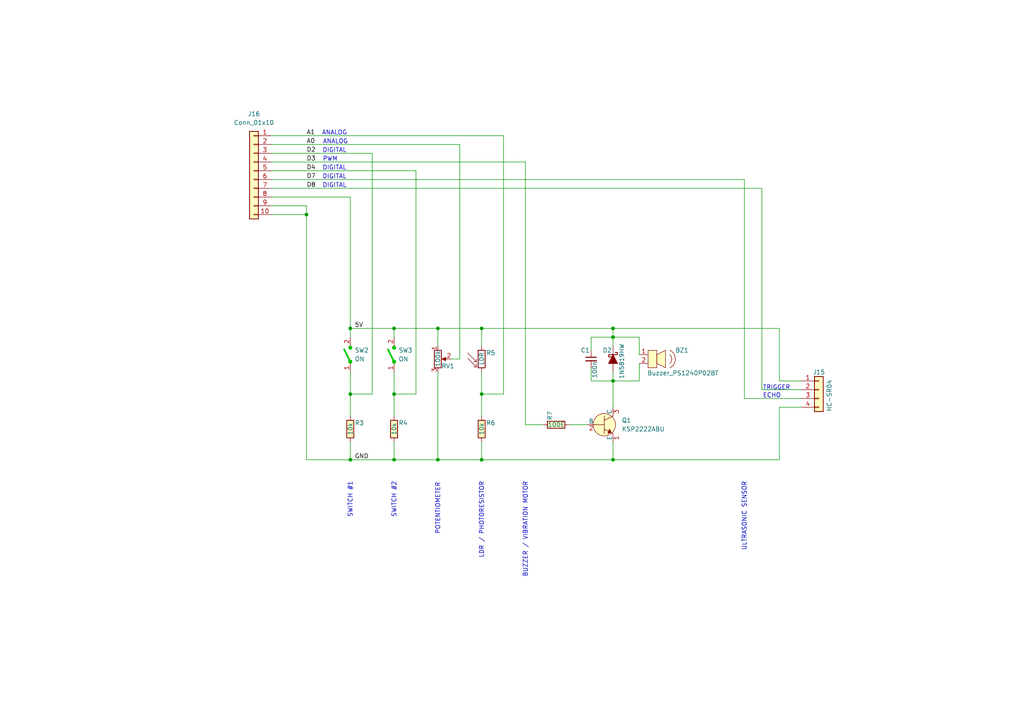
<source format=kicad_sch>
(kicad_sch (version 20231120) (generator "eeschema") (generator_version "8.0")
  (paper "A4")
  (title_block (title "TheThing") (date "2025-02-04") (rev "v5") (company "Maker's Asylum"))
  (lib_symbols
    (symbol "TheThing:Buzzer_PS1240P02BT" (pin_names (offset 0))
      (property "Reference" "BZ" (at 0 5.08 0))
      (property "Value" "Buzzer_PS1240P02BT" (at -1.27 -3.81 0))
      (symbol "Buzzer_PS1240P02BT_0_1"
        (polyline (pts (xy 2.54 2.54) (xy 5.08 3.81) (xy 5.08 -1.27) (xy 2.54 0) (xy 2.54 2.54)) (fill (type background)))
        (rectangle (start 0 3.81) (end 2.54 -1.27) (fill (type background)))
        (arc (start 6.35 -1.27) (mid 7.9198 1.27) (end 6.35 3.81))
        (arc (start 6.35 0) (mid 6.8761 1.27) (end 6.35 2.54))
      )
      (symbol "Buzzer_PS1240P02BT_1_1"
        (pin input line (at -2.54 2.54 0) (length 2.54) (name "~") (number "1"))
        (pin input line (at -2.54 0 0) (length 2.54) (name "~") (number "2"))
      )
    )
    (symbol "TheThing:C_Small" (pin_numbers hide) (pin_names (offset 0.254) hide)
      (property "Reference" "C" (at 0.254 1.778 0))
      (property "Value" "C_Small" (at 0.254 -2.032 0))
      (symbol "C_Small_0_1"
        (polyline (pts (xy -1.524 -0.508) (xy 1.524 -0.508)) (stroke (width 0.3302)))
        (polyline (pts (xy -1.524 0.508) (xy 1.524 0.508)) (stroke (width 0.3048)))
      )
      (symbol "C_Small_1_1"
        (pin passive line (at 0 2.54 270) (length 2.032) (name "~") (number "1"))
        (pin passive line (at 0 -2.54 90) (length 2.032) (name "~") (number "2"))
      )
    )
    (symbol "TheThing:Conn_01x04" (pin_names (offset 1.016) hide)
      (property "Reference" "J" (at 0 5.08 0))
      (property "Value" "Conn_01x04" (at 0 -7.62 0))
      (symbol "Conn_01x04_1_1"
        (rectangle (start -1.27 -4.953) (end 0 -5.207) (stroke (width 0.1524)))
        (rectangle (start -1.27 -2.413) (end 0 -2.667) (stroke (width 0.1524)))
        (rectangle (start -1.27 0.127) (end 0 -0.127) (stroke (width 0.1524)))
        (rectangle (start -1.27 2.667) (end 0 2.413) (stroke (width 0.1524)))
        (rectangle (start -1.27 3.81) (end 1.27 -6.35) (stroke (width 0.254)) (fill (type background)))
        (pin passive line (at -5.08 2.54 0) (length 3.81) (name "Pin_1") (number "1"))
        (pin passive line (at -5.08 0 0) (length 3.81) (name "Pin_2") (number "2"))
        (pin passive line (at -5.08 -2.54 0) (length 3.81) (name "Pin_3") (number "3"))
        (pin passive line (at -5.08 -5.08 0) (length 3.81) (name "Pin_4") (number "4"))
      )
    )
    (symbol "TheThing:Conn_01x10" (pin_names (offset 1.016) hide)
      (property "Reference" "J" (at 0 12.7 0))
      (property "Value" "Conn_01x10" (at 0 -15.24 0))
      (symbol "Conn_01x10_1_1"
        (rectangle (start -1.27 -12.573) (end 0 -12.827) (stroke (width 0.1524)))
        (rectangle (start -1.27 -10.033) (end 0 -10.287) (stroke (width 0.1524)))
        (rectangle (start -1.27 -7.493) (end 0 -7.747) (stroke (width 0.1524)))
        (rectangle (start -1.27 -4.953) (end 0 -5.207) (stroke (width 0.1524)))
        (rectangle (start -1.27 -2.413) (end 0 -2.667) (stroke (width 0.1524)))
        (rectangle (start -1.27 0.127) (end 0 -0.127) (stroke (width 0.1524)))
        (rectangle (start -1.27 2.667) (end 0 2.413) (stroke (width 0.1524)))
        (rectangle (start -1.27 5.207) (end 0 4.953) (stroke (width 0.1524)))
        (rectangle (start -1.27 7.747) (end 0 7.493) (stroke (width 0.1524)))
        (rectangle (start -1.27 10.287) (end 0 10.033) (stroke (width 0.1524)))
        (rectangle (start -1.27 11.43) (end 1.27 -13.97) (stroke (width 0.254)) (fill (type background)))
        (pin passive line (at -5.08 10.16 0) (length 3.81) (name "Pin_1") (number "1"))
        (pin passive line (at -5.08 -12.7 0) (length 3.81) (name "Pin_10") (number "10"))
        (pin passive line (at -5.08 7.62 0) (length 3.81) (name "Pin_2") (number "2"))
        (pin passive line (at -5.08 5.08 0) (length 3.81) (name "Pin_3") (number "3"))
        (pin passive line (at -5.08 2.54 0) (length 3.81) (name "Pin_4") (number "4"))
        (pin passive line (at -5.08 0 0) (length 3.81) (name "Pin_5") (number "5"))
        (pin passive line (at -5.08 -2.54 0) (length 3.81) (name "Pin_6") (number "6"))
        (pin passive line (at -5.08 -5.08 0) (length 3.81) (name "Pin_7") (number "7"))
        (pin passive line (at -5.08 -7.62 0) (length 3.81) (name "Pin_8") (number "8"))
        (pin passive line (at -5.08 -10.16 0) (length 3.81) (name "Pin_9") (number "9"))
      )
    )
    (symbol "TheThing:D_Schottky_Filled" (pin_numbers hide) (pin_names (offset 1.016) hide)
      (property "Reference" "D" (at 0 2.54 0))
      (property "Value" "D_Schottky_Filled" (at 0 -2.54 0))
      (symbol "D_Schottky_Filled_0_1"
        (polyline (pts (xy 1.27 0) (xy -1.27 0)))
        (polyline (pts (xy 1.27 1.27) (xy 1.27 -1.27) (xy -1.27 0) (xy 1.27 1.27)) (stroke (width 0.254)) (fill (type outline)))
        (polyline (pts (xy -1.905 0.635) (xy -1.905 1.27) (xy -1.27 1.27) (xy -1.27 -1.27) (xy -0.635 -1.27) (xy -0.635 -0.635)) (stroke (width 0.254)))
      )
      (symbol "D_Schottky_Filled_1_1"
        (pin passive line (at -3.81 0 0) (length 2.54) (name "K") (number "1"))
        (pin passive line (at 3.81 0 180) (length 2.54) (name "A") (number "2"))
      )
    )
    (symbol "TheThing:KSP2222ABU" (pin_names (offset 0))
      (property "Reference" "Q" (at -3.2004 4.2164 0))
      (property "Value" "KSP2222ABU" (at 5.2324 0 90))
      (symbol "KSP2222ABU_0_1"
        (polyline (pts (xy -3.81 0) (xy -2.54 0)))
        (polyline (pts (xy -3.556 0) (xy 0 0)))
        (polyline (pts (xy 0 -1.27) (xy 2.54 -2.54)))
        (polyline (pts (xy 0 1.27) (xy 2.54 2.54)))
        (polyline (pts (xy 0 2.54) (xy 0 -2.54)))
        (polyline (pts (xy 1.524 -1.27) (xy 2.032 -2.286) (xy 1.016 -2.54) (xy 1.524 -1.27)) (fill (type outline)))
        (circle (center 0 0) (radius 3.2512) (fill (type background)))
      )
      (symbol "KSP2222ABU_1_1"
        (pin passive line (at 2.54 -5.08 90) (length 2.54) (name "E") (number "1"))
        (pin input line (at -5.08 0 0) (length 2.54) (name "B") (number "2"))
        (pin passive line (at 2.54 5.08 270) (length 2.54) (name "C") (number "3"))
      )
    )
    (symbol "TheThing:LDR03" (pin_numbers hide) (pin_names (offset 0))
      (property "Reference" "R" (at -5.08 0 90))
      (property "Value" "LDR03" (at 1.905 0 90))
      (symbol "LDR03_0_1"
        (rectangle (start -1.016 2.54) (end 1.016 -2.54) (stroke (width 0.254)))
        (polyline (pts (xy -1.524 -2.286) (xy -4.064 0.254)))
        (polyline (pts (xy -1.524 -2.286) (xy -2.286 -2.286)))
        (polyline (pts (xy -1.524 -2.286) (xy -1.524 -1.524)))
        (polyline (pts (xy -1.524 -0.762) (xy -4.064 1.778)))
        (polyline (pts (xy -1.524 -0.762) (xy -2.286 -0.762)))
        (polyline (pts (xy -1.524 -0.762) (xy -1.524 0)))
      )
      (symbol "LDR03_1_1"
        (pin passive line (at 0 3.81 270) (length 1.27) (name "~") (number "1"))
        (pin passive line (at 0 -3.81 90) (length 1.27) (name "~") (number "2"))
      )
    )
    (symbol "TheThing:R" (pin_numbers hide) (pin_names (offset 0))
      (property "Reference" "R" (at 2.032 0 90))
      (property "Value" "R" (at 0 0 90))
      (symbol "R_1_1"
        (rectangle (start -1.016 2.54) (end 1.016 -2.54) (stroke (width 0.254)) (fill (type background)))
        (pin passive line (at 0 3.81 270) (length 1.27) (name "~") (number "1"))
        (pin passive line (at 0 -3.81 90) (length 1.27) (name "~") (number "2"))
      )
    )
    (symbol "TheThing:R_Potentiometer" (pin_names (offset 1.016) hide)
      (property "Reference" "RV" (at -4.445 0 90))
      (property "Value" "R_Potentiometer" (at -2.54 0 90))
      (symbol "R_Potentiometer_0_1"
        (polyline (pts (xy 2.54 0) (xy 1.524 0)))
        (polyline (pts (xy 1.143 0) (xy 2.286 0.508) (xy 2.286 -0.508) (xy 1.143 0)) (fill (type outline)))
        (rectangle (start 1.016 2.54) (end -1.016 -2.54) (stroke (width 0.254)))
      )
      (symbol "R_Potentiometer_1_1"
        (pin passive line (at 0 3.81 270) (length 1.27) (name "1") (number "1"))
        (pin passive line (at 3.81 0 180) (length 1.27) (name "2") (number "2"))
        (pin passive line (at 0 -3.81 90) (length 1.27) (name "3") (number "3"))
      )
    )
    (symbol "TheThing:SW_SPST" (pin_names (offset 0) hide)
      (property "Reference" "SW1" (at -7.62 0 90))
      (property "Value" "ON" (at -7.62 2.54 90))
      (symbol "SW_SPST_1_0"
        (circle (center -2.032 0) (radius 0.508) (stroke (width 0) (color 0 192 0 1)) (fill (type outline)))
        (polyline (pts (xy -1.524 0.254) (xy 1.524 1.778)) (stroke (width 0.508) (color 0 192 0 1)))
        (circle (center 2.032 0) (radius 0.508) (stroke (width 0) (color 0 192 0 1)) (fill (type outline)))
      )
      (symbol "SW_SPST_1_1"
        (pin passive line (at -5.08 0 0) (length 2.54) (name "A") (number "1"))
        (pin passive line (at 5.08 0 180) (length 2.54) (name "B") (number "2"))
      )
    )
  )
  (junction (at 101.6 95.25))
  (junction (at 177.8 133.35))
  (junction (at 101.6 114.3))
  (junction (at 114.3 114.3))
  (junction (at 139.7 95.25))
  (junction (at 88.9 62.23))
  (junction (at 139.7 133.35))
  (junction (at 177.8 97.79))
  (junction (at 177.8 110.49))
  (junction (at 114.3 133.35))
  (junction (at 139.7 114.3))
  (junction (at 114.3 95.25))
  (junction (at 177.8 95.25))
  (junction (at 127 133.35))
  (junction (at 101.6 133.35))
  (junction (at 127 95.25))
  (wire (pts (xy 114.3 133.35) (xy 101.6 133.35)))
  (wire (pts (xy 215.9 52.07) (xy 215.9 115.57)))
  (wire (pts (xy 78.74 39.37) (xy 146.05 39.37)))
  (wire (pts (xy 139.7 100.33) (xy 139.7 95.25)))
  (wire (pts (xy 185.42 110.49) (xy 185.42 105.41)))
  (wire (pts (xy 146.05 114.3) (xy 139.7 114.3)))
  (wire (pts (xy 114.3 133.35) (xy 127 133.35)))
  (wire (pts (xy 127 95.25) (xy 127 100.33)))
  (wire (pts (xy 114.3 128.27) (xy 114.3 133.35)))
  (wire (pts (xy 220.98 113.03) (xy 220.98 54.61)))
  (wire (pts (xy 139.7 107.95) (xy 139.7 114.3)))
  (wire (pts (xy 177.8 128.27) (xy 177.8 133.35)))
  (wire (pts (xy 226.06 95.25) (xy 226.06 110.49)))
  (wire (pts (xy 152.4 46.99) (xy 152.4 123.19)))
  (wire (pts (xy 107.95 44.45) (xy 107.95 114.3)))
  (wire (pts (xy 78.74 49.53) (xy 120.65 49.53)))
  (wire (pts (xy 185.42 97.79) (xy 177.8 97.79)))
  (wire (pts (xy 78.74 41.91) (xy 133.35 41.91)))
  (wire (pts (xy 101.6 95.25) (xy 114.3 95.25)))
  (wire (pts (xy 165.1 123.19) (xy 170.18 123.19)))
  (wire (pts (xy 177.8 95.25) (xy 177.8 97.79)))
  (wire (pts (xy 101.6 114.3) (xy 101.6 120.65)))
  (wire (pts (xy 139.7 128.27) (xy 139.7 133.35)))
  (wire (pts (xy 177.8 110.49) (xy 185.42 110.49)))
  (wire (pts (xy 114.3 114.3) (xy 114.3 120.65)))
  (wire (pts (xy 232.41 113.03) (xy 220.98 113.03)))
  (wire (pts (xy 78.74 44.45) (xy 107.95 44.45)))
  (wire (pts (xy 130.81 104.14) (xy 133.35 104.14)))
  (wire (pts (xy 152.4 123.19) (xy 157.48 123.19)))
  (wire (pts (xy 78.74 57.15) (xy 101.6 57.15)))
  (wire (pts (xy 127 95.25) (xy 139.7 95.25)))
  (wire (pts (xy 133.35 104.14) (xy 133.35 41.91)))
  (wire (pts (xy 177.8 110.49) (xy 177.8 118.11)))
  (wire (pts (xy 177.8 95.25) (xy 226.06 95.25)))
  (wire (pts (xy 177.8 133.35) (xy 139.7 133.35)))
  (wire (pts (xy 226.06 110.49) (xy 232.41 110.49)))
  (wire (pts (xy 101.6 97.79) (xy 101.6 95.25)))
  (wire (pts (xy 88.9 133.35) (xy 101.6 133.35)))
  (wire (pts (xy 114.3 95.25) (xy 127 95.25)))
  (wire (pts (xy 226.06 133.35) (xy 226.06 118.11)))
  (wire (pts (xy 177.8 97.79) (xy 177.8 100.33)))
  (wire (pts (xy 171.45 110.49) (xy 177.8 110.49)))
  (wire (pts (xy 101.6 114.3) (xy 107.95 114.3)))
  (wire (pts (xy 139.7 114.3) (xy 139.7 120.65)))
  (wire (pts (xy 171.45 97.79) (xy 171.45 101.6)))
  (wire (pts (xy 78.74 52.07) (xy 215.9 52.07)))
  (wire (pts (xy 101.6 107.95) (xy 101.6 114.3)))
  (wire (pts (xy 185.42 102.87) (xy 185.42 97.79)))
  (wire (pts (xy 88.9 62.23) (xy 88.9 59.69)))
  (wire (pts (xy 114.3 107.95) (xy 114.3 114.3)))
  (wire (pts (xy 215.9 115.57) (xy 232.41 115.57)))
  (wire (pts (xy 171.45 106.68) (xy 171.45 110.49)))
  (wire (pts (xy 226.06 118.11) (xy 232.41 118.11)))
  (wire (pts (xy 88.9 62.23) (xy 88.9 133.35)))
  (wire (pts (xy 88.9 59.69) (xy 78.74 59.69)))
  (wire (pts (xy 146.05 39.37) (xy 146.05 114.3)))
  (wire (pts (xy 120.65 114.3) (xy 120.65 49.53)))
  (wire (pts (xy 114.3 95.25) (xy 114.3 97.79)))
  (wire (pts (xy 127 107.95) (xy 127 133.35)))
  (wire (pts (xy 78.74 46.99) (xy 152.4 46.99)))
  (wire (pts (xy 177.8 107.95) (xy 177.8 110.49)))
  (wire (pts (xy 127 133.35) (xy 139.7 133.35)))
  (wire (pts (xy 177.8 133.35) (xy 226.06 133.35)))
  (wire (pts (xy 78.74 54.61) (xy 220.98 54.61)))
  (wire (pts (xy 78.74 62.23) (xy 88.9 62.23)))
  (wire (pts (xy 139.7 95.25) (xy 177.8 95.25)))
  (wire (pts (xy 177.8 97.79) (xy 171.45 97.79)))
  (wire (pts (xy 101.6 57.15) (xy 101.6 95.25)))
  (wire (pts (xy 101.6 133.35) (xy 101.6 128.27)))
  (wire (pts (xy 114.3 114.3) (xy 120.65 114.3)))
  (text "SWITCH #1" (at 101.6 139.7 90) (effects (font (size 1.27 1.27)) (justify right)))
  (text "BUZZER / VIBRATION MOTOR" (at 152.4 139.7 90) (effects (font (size 1.27 1.27)) (justify right)))
  (text "SWITCH #2" (at 114.3 139.7 90) (effects (font (size 1.27 1.27)) (justify right)))
  (text "ULTRASONIC SENSOR" (at 215.9 139.7 90) (effects (font (size 1.27 1.27)) (justify right)))
  (text "ANALOG" (at 97.282 41.148 0) (effects (font (size 1.27 1.27))))
  (text "DIGITAL" (at 97.028 48.768 0) (effects (font (size 1.27 1.27))))
  (text "PWM" (at 95.758 46.228 0) (effects (font (size 1.27 1.27))))
  (text "DIGITAL" (at 97.028 43.688 0) (effects (font (size 1.27 1.27))))
  (text "ANALOG" (at 97.028 38.608 0) (effects (font (size 1.27 1.27))))
  (text "DIGITAL" (at 97.028 53.848 0) (effects (font (size 1.27 1.27))))
  (text "LDR / PHOTORESISTOR" (at 139.7 139.7 90) (effects (font (size 1.27 1.27)) (justify right)))
  (text "DIGITAL" (at 97.028 51.308 0) (effects (font (size 1.27 1.27))))
  (text "ECHO" (at 221.234 114.808 0) (effects (font (size 1.27 1.27)) (justify left)))
  (text "TRIGGER" (at 221.234 112.522 0) (effects (font (size 1.27 1.27)) (justify left)))
  (text "POTENTIOMETER" (at 127 139.954 90) (effects (font (size 1.27 1.27)) (justify right)))
  (label "D8" (at 88.9 54.61 0))
  (label "5V" (at 102.87 95.25 0))
  (label "D7" (at 88.9 52.07 0))
  (label "A0" (at 88.9 41.91 0))
  (label "D4" (at 88.9 49.53 0))
  (label "D2" (at 88.9 44.45 0))
  (label "GND" (at 102.87 133.35 0))
  (label "D3" (at 88.9 46.99 0))
  (label "A1" (at 88.9 39.37 0))
  (symbol (lib_id "TheThing:KSP2222ABU") (at 175.26 123.19 0) (unit 1)
    (property "Reference" "Q1" (at 180.34 121.9199 0) (effects (justify left)))
    (property "Value" "KSP2222ABU" (at 180.34 124.4599 0) (effects (justify left)))
    (property "Footprint" "BagTag:TO-92_HandSolder" (effects (hide yes)))
    (property "Datasheet" "https://www.onsemi.com/pub/Collateral/KSP2222A-D.pdf" (effects (hide yes)))
    (property "Description" "TRANS NPN 40V 0.6A TO-92" (effects (hide yes)))
    (property "Digi-Key_PN" "KSP2222ABUFS-ND" (effects (hide yes)))
    (property "MPN" "KSP2222ABU" (effects (hide yes)))
    (property "Category" "Discrete Semiconductor Products" (effects (hide yes)))
    (property "Family" "Transistors - Bipolar (BJT) - Single" (effects (hide yes)))
    (property "DK_Datasheet_Link" "https://www.onsemi.com/pub/Collateral/KSP2222A-D.pdf" (effects (hide yes)))
    (property "DK_Detail_Page" "/product-detail/en/on-semiconductor/KSP2222ABU/KSP2222ABUFS-ND/1047387" (effects (hide yes)))
    (property "Description_1" "TRANS NPN 40V 0.6A TO-92" (effects (hide yes)))
    (property "Manufacturer" "ON Semiconductor" (effects (hide yes)))
    (property "Status" "Active" (effects (hide yes)))
  )
  (symbol (lib_id "TheThing:R") (at 139.7 124.46 0) (unit 1)
    (property "Reference" "R6" (at 140.97 122.682 0) (effects (justify left)))
    (property "Value" "10k" (at 139.7 126.238 90) (effects (justify left)))
    (property "Footprint" "BagTag:R_Axial_DIN0207_L6.3mm_D2.5mm_P7.62mm_Horizontal" (effects (hide yes)))
    (property "Description" "Resistor" (effects (hide yes)))
  )
  (symbol (lib_id "TheThing:Conn_01x04") (at 237.49 113.03 0) (unit 1)
    (property "Reference" "J15" (at 235.712 107.95 0) (effects (justify left)))
    (property "Value" "HC-SR04" (at 240.538 119.38 90) (effects (justify left)))
    (property "Footprint" "BagTag:PinSocket_1x04_P2.54mm_Vertical" (effects (hide yes)))
    (property "Description" "Generic connector, single row, 01x04, script generated (kicad-library-utils/schlib/autogen/connector/)" (effects (hide yes)))
  )
  (symbol (lib_id "TheThing:R") (at 161.29 123.19 90) (unit 1)
    (property "Reference" "R7" (at 159.512 121.92 0) (effects (justify left)))
    (property "Value" "100E" (at 163.83 123.19 90) (effects (justify left)))
    (property "Footprint" "BagTag:R_Axial_DIN0207_L6.3mm_D2.5mm_P7.62mm_Horizontal" (effects (hide yes)))
    (property "Description" "Resistor" (effects (hide yes)))
  )
  (symbol (lib_id "TheThing:SW_SPST") (at 101.6 102.87 90) (unit 1)
    (property "Reference" "SW2" (at 102.87 101.5999 90) (effects (justify right)))
    (property "Value" "ON" (at 102.87 104.1399 90) (effects (justify right)))
    (property "Footprint" "BagTag:SWITCH_PUSH_6mm_12mm" (effects (hide yes)))
    (property "Description" "Single Pole Single Throw (SPST) switch" (effects (hide yes)))
  )
  (symbol (lib_id "TheThing:R_Potentiometer") (at 127 104.14 0) (unit 1)
    (property "Reference" "RV1" (at 131.826 106.172 0) (effects (justify right)))
    (property "Value" "100k" (at 127 101.6 90) (effects (justify right)))
    (property "Footprint" "BagTag:TRIM_3352T-1-253LF" (effects (hide yes)))
    (property "Description" "Potentiometer" (effects (hide yes)))
  )
  (symbol (lib_id "TheThing:Conn_01x10") (at 73.66 49.53 0) (mirror y) (unit 1)
    (property "Reference" "J16" (at 73.66 33.02 0))
    (property "Value" "Conn_01x10" (at 73.66 35.56 0))
    (property "Footprint" "BagTag:PinHeader_1x10_P2.54mm_Vertical" (effects (hide yes)))
    (property "Description" "Generic connector, single row, 01x10, script generated (kicad-library-utils/schlib/autogen/connector/)" (effects (hide yes)))
  )
  (symbol (lib_id "TheThing:R") (at 101.6 124.46 0) (unit 1)
    (property "Reference" "R3" (at 102.87 122.682 0) (effects (justify left)))
    (property "Value" "10k" (at 101.6 126.238 90) (effects (justify left)))
    (property "Footprint" "BagTag:R_Axial_DIN0207_L6.3mm_D2.5mm_P7.62mm_Horizontal" (effects (hide yes)))
    (property "Description" "Resistor" (effects (hide yes)))
  )
  (symbol (lib_id "TheThing:SW_SPST") (at 114.3 102.87 90) (unit 1)
    (property "Reference" "SW3" (at 115.57 101.5999 90) (effects (justify right)))
    (property "Value" "ON" (at 115.57 104.1399 90) (effects (justify right)))
    (property "Footprint" "BagTag:SWITCH_PUSH_6mm_12mm" (effects (hide yes)))
    (property "Description" "Single Pole Single Throw (SPST) switch" (effects (hide yes)))
  )
  (symbol (lib_id "TheThing:C_Small") (at 171.45 104.14 0) (unit 1)
    (property "Reference" "C1" (at 168.402 101.6 0) (effects (justify left)))
    (property "Value" "100n" (at 172.466 109.728 90) (effects (justify left)))
    (property "Footprint" "BagTag:C_Disc_D3.0mm_W2.0mm_P2.50mm" (effects (hide yes)))
    (property "Description" "Unpolarized capacitor, small symbol" (effects (hide yes)))
  )
  (symbol (lib_id "TheThing:D_Schottky_Filled") (at 177.8 104.14 270) (unit 1)
    (property "Reference" "D2" (at 174.752 101.6 90) (effects (justify left)))
    (property "Value" "1N5819HW" (at 180.34 99.568 0) (effects (justify left)))
    (property "Footprint" "BagTag:D_DO-41_SOD81_P10.16mm_Horizontal" (effects (hide yes)))
    (property "Description" "Schottky diode, filled shape" (effects (hide yes)))
  )
  (symbol (lib_id "TheThing:R") (at 114.3 124.46 0) (unit 1)
    (property "Reference" "R4" (at 115.57 122.682 0) (effects (justify left)))
    (property "Value" "10k" (at 114.3 126.238 90) (effects (justify left)))
    (property "Footprint" "BagTag:R_Axial_DIN0207_L6.3mm_D2.5mm_P7.62mm_Horizontal" (effects (hide yes)))
    (property "Description" "Resistor" (effects (hide yes)))
  )
  (symbol (lib_id "TheThing:Buzzer_PS1240P02BT") (at 187.96 105.41 0) (unit 1)
    (property "Reference" "BZ1" (at 195.834 101.6 0) (effects (justify left)))
    (property "Value" "Buzzer_PS1240P02BT" (at 187.706 108.204 0) (effects (justify left)))
    (property "Footprint" "BagTag:Buzzer_12x9.5RM7.6" (effects (hide yes)))
    (property "Datasheet" "https://product.tdk.com/info/en/catalog/datasheets/piezoelectronic_buzzer_ps_en.pdf" (effects (hide yes)))
    (property "Description" "AUDIO PIEZO TRANSDUCER 30V TH" (effects (hide yes)))
    (property "Digi-Key_PN" "445-2525-1-ND" (effects (hide yes)))
    (property "MPN" "PS1240P02BT" (effects (hide yes)))
    (property "Category" "Audio Products" (effects (hide yes)))
    (property "Family" "Alarms, Buzzers, and Sirens" (effects (hide yes)))
    (property "DK_Datasheet_Link" "https://product.tdk.com/info/en/catalog/datasheets/piezoelectronic_buzzer_ps_en.pdf" (effects (hide yes)))
    (property "DK_Detail_Page" "/product-detail/en/tdk-corporation/PS1240P02BT/445-2525-1-ND/935930" (effects (hide yes)))
    (property "Description_1" "AUDIO PIEZO TRANSDUCER 30V TH" (effects (hide yes)))
    (property "Manufacturer" "TDK Corporation" (effects (hide yes)))
    (property "Status" "Active" (effects (hide yes)))
  )
  (symbol (lib_id "TheThing:LDR03") (at 139.7 104.14 0) (unit 1)
    (property "Reference" "R5" (at 140.97 102.362 0) (effects (justify left)))
    (property "Value" "LDR" (at 139.7 105.918 90) (effects (justify left)))
    (property "Footprint" "BagTag:R_LDR_4.9x4.2mm_P2.54mm_Vertical" (effects (hide yes)))
    (property "Datasheet" "http://www.elektronica-componenten.nl/WebRoot/StoreNL/Shops/61422969/54F1/BA0C/C664/31B9/2173/C0A8/2AB9/2AEF/LDR03IMP.pdf" (effects (hide yes)))
    (property "Description" "light dependent resistor" (effects (hide yes)))
  )
)
</source>
